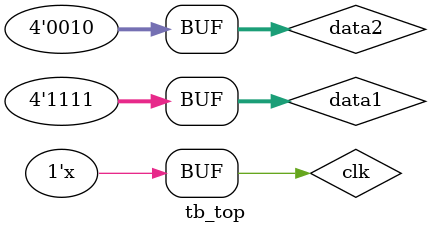
<source format=v>

module tb_top;
    // parameter XH = 25000000;
    parameter XH = 1000000;
    // Inputs
    reg        clk;
    reg  [3:0] data1;
    reg  [3:0] data2;
    // Outputs
    wire [7:0] an;
    wire [7:0] mul;
    wire [7:0] result;
    // 实例化 MULTU_4bit 模块
    top u_top (
        .clk   (clk),
        .data1 (data1),
        .data2 (data2),
        .an    (an),
        .mul   (mul),
        .result(result)
    );
    initial begin
        clk = 0;
        #XH;
        data1 <= 4'b1111;
        data2 <= 4'b0010;
        #XH;
        // data1 <= 4'b0100;
        // data2 <= 4'b0100;
        // #XH;
        // data1 <= 4'b0010;
        // data2 <= 4'b1000;
        // #XH;
        // data1 <= 4'b1111;
        // data2 <= 4'b0001;
        // #XH;
    end
    always begin
        #XH;
        clk = ~clk;
    end

endmodule

</source>
